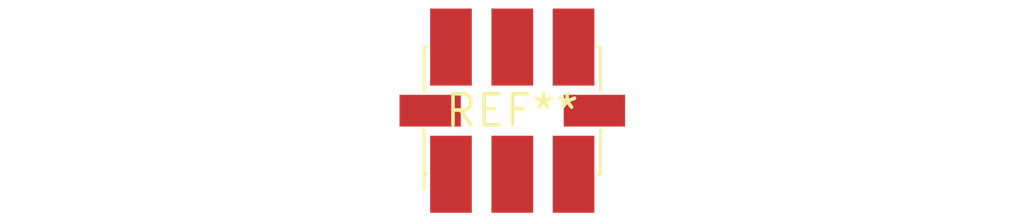
<source format=kicad_pcb>
(kicad_pcb (version 20240108) (generator pcbnew)
  (layers (0 "F.Cu" signal) (31 "B.Cu" signal) (34 "B.Paste" user) (35 "F.Paste" user) (36 "B.SilkS" user "B.Silkscreen") (37 "F.SilkS" user "F.Silkscreen") (38 "B.Mask" user) (39 "F.Mask" user) (44 "Edge.Cuts" user))
  (net 0 "")
  (footprint "Oscillator_SMD_SI570_SI571_HandSoldering" (layer "F.Cu") (at 0 0)
    (property "Reference" "REF**")
    (property "Value" "Oscillator_SMD_SI570_SI571_HandSoldering")
    (fp_line (start -3.6 -2.6) (end -3.5 -2.6) (layer "F.SilkS") (stroke (width 0.12)))
    (fp_line (start -3.6 -2.5) (end -3.6 -2.6) (layer "F.SilkS") (stroke (width 0.12)))
    (fp_line (start -3.6 -2.5) (end -3.6 -0.8) (layer "F.SilkS") (stroke (width 0.12)))
    (fp_line (start -3.6 0.8) (end -3.6 3.2) (layer "F.SilkS") (stroke (width 0.12)))
    (fp_line (start -3.6 2.6) (end -3.5 2.6) (layer "F.SilkS") (stroke (width 0.12)))
    (fp_line (start 3.6 -2.6) (end 3.5 -2.6) (layer "F.SilkS") (stroke (width 0.12)))
    (fp_line (start 3.6 -2.5) (end 3.6 -2.6) (layer "F.SilkS") (stroke (width 0.12)))
    (fp_line (start 3.6 -0.8) (end 3.6 -2.5) (layer "F.SilkS") (stroke (width 0.12)))
    (fp_line (start 3.6 2.5) (end 3.6 0.8) (layer "F.SilkS") (stroke (width 0.12)))
    (fp_line (start 3.6 2.5) (end 3.6 2.6) (layer "F.SilkS") (stroke (width 0.12)))
    (fp_line (start 3.6 2.6) (end 3.5 2.6) (layer "F.SilkS") (stroke (width 0.12)))
    (pad "1" smd rect (at -2.5 2.6) (size 1.7 3.15) (layers "F.Cu" "F.Paste" "F.Mask"))
    (pad "2" smd rect (at 0 2.6) (size 1.7 3.15) (layers "F.Cu" "F.Paste" "F.Mask"))
    (pad "3" smd rect (at 2.5 2.6) (size 1.7 3.15) (layers "F.Cu" "F.Paste" "F.Mask"))
    (pad "4" smd rect (at 2.5 -2.6) (size 1.7 3.15) (layers "F.Cu" "F.Paste" "F.Mask"))
    (pad "5" smd rect (at 0 -2.6) (size 1.7 3.15) (layers "F.Cu" "F.Paste" "F.Mask"))
    (pad "6" smd rect (at -2.5 -2.6) (size 1.7 3.15) (layers "F.Cu" "F.Paste" "F.Mask"))
    (pad "7" smd rect (at -3.35 0) (size 2.5 1.3) (layers "F.Cu" "F.Paste" "F.Mask"))
    (pad "8" smd rect (at 3.35 0) (size 2.5 1.3) (layers "F.Cu" "F.Paste" "F.Mask"))
  )
)
</source>
